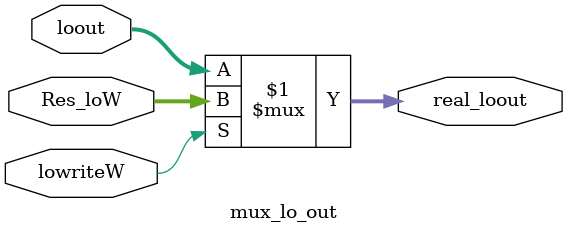
<source format=v>
module muxRD1 (
    input[31:0] resultD,
    input[31:0] RD1,
    input regwriteW,
    input[4:0] A1,
    input[4:0] WriteRegW,
    output[31:0] srcaD
);
    assign srcaD = regwriteW && A1 == WriteRegW ? resultD : RD1;  
endmodule

module muxRD2 (
    input[31:0] resultD,
    input[31:0] RD2,
    input regwriteW,
    input[4:0] B1,
    input[4:0] WriteRegW,
    output[31:0] srcaD
);
    assign srcaD = regwriteW && B1 == WriteRegW ? resultD : RD2;  
endmodule

module flushD_module (
    input jrD,
    input pcsrcD,
    input jumpD,
    input ErrorFlush,
    output reg flushD
);
    always @(*) begin
        flushD = jrD | pcsrcD | jumpD | ErrorFlush;
    end
endmodule





module mux_jalr (
    input[4:0] cur_rs,
    input[4:0] WriteRegE,
    input[31:0] PCplusE,
    input[4:0] WriteRegM,
    input[31:0] PCplusM,
    input[31:0] srcaD,
    input jalrD,
    output[31:0] forward_gpr_rs
);
    assign forward_gpr_rs = jalrD && (cur_rs == WriteRegM || cur_rs == WriteRegE ) ? ((cur_rs == WriteRegE) ? PCplusE : PCplusM) :srcaD;
endmodule

module mux_hi_out (
    input hiwriteW,
    input[31:0] Res_hiW,
    input[31:0] hiout,
    output[31:0] real_hiout
);
    assign real_hiout = hiwriteW ? Res_hiW : hiout;
endmodule

module mux_lo_out (
    input lowriteW,
    input[31:0] Res_loW,
    input[31:0] loout,
    output[31:0] real_loout
);
    assign real_loout = lowriteW ? Res_loW : loout;
endmodule
</source>
